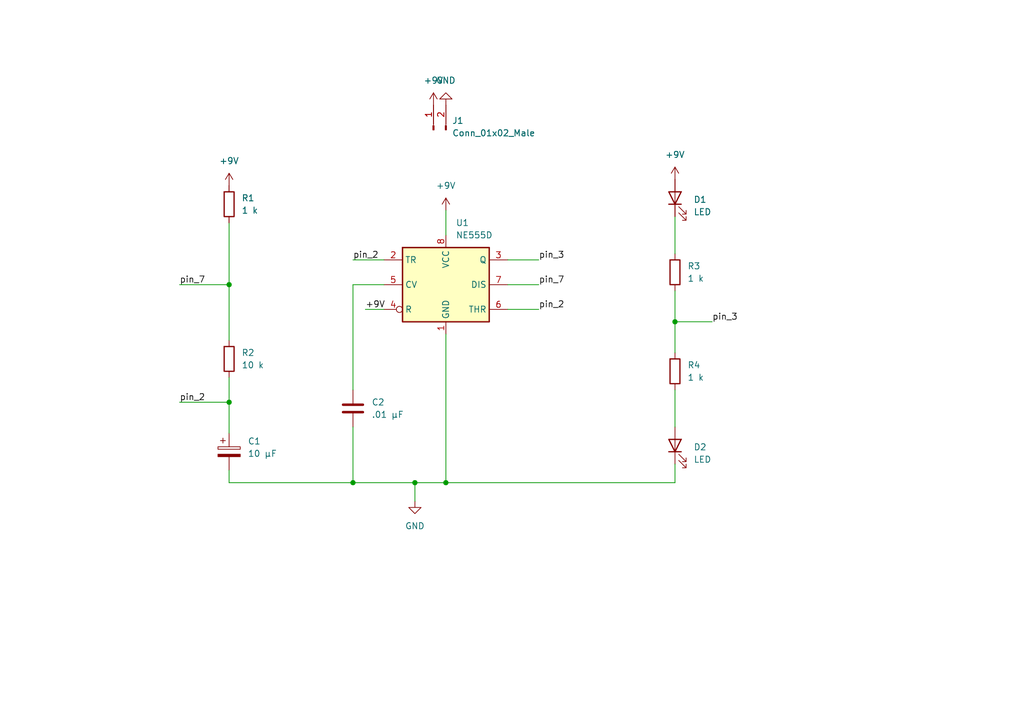
<source format=kicad_sch>
(kicad_sch (version 20211123) (generator eeschema)
  (paper "A5")
  (title_block (title "555 Timer Circuit") (date "1/27/2023"))
  (lib_symbols
    (symbol "Connector:Conn_01x02_Male" (pin_names (offset 1.016) hide)
      (property "Reference" "J" (at 0 2.54 0))
      (property "Value" "Conn_01x02_Male" (at 0 -5.08 0))
      (symbol "Conn_01x02_Male_1_1"
        (polyline (pts (xy 1.27 -2.54) (xy 0.8636 -2.54)) (stroke (width 0.1524)))
        (polyline (pts (xy 1.27 0) (xy 0.8636 0)) (stroke (width 0.1524)))
        (rectangle (start 0.8636 -2.413) (end 0 -2.667) (stroke (width 0.1524)) (fill (type outline)))
        (rectangle (start 0.8636 0.127) (end 0 -0.127) (stroke (width 0.1524)) (fill (type outline)))
        (pin passive line (at 5.08 0 180) (length 3.81) (name "Pin_1") (number "1"))
        (pin passive line (at 5.08 -2.54 180) (length 3.81) (name "Pin_2") (number "2"))
      )
    )
    (symbol "Device:C" (pin_numbers hide) (pin_names (offset 0.254))
      (property "Reference" "C" (at 0.635 2.54 0))
      (property "Value" "C" (at 0.635 -2.54 0))
      (symbol "C_0_1"
        (polyline (pts (xy -2.032 -0.762) (xy 2.032 -0.762)) (stroke (width 0.508)))
        (polyline (pts (xy -2.032 0.762) (xy 2.032 0.762)) (stroke (width 0.508)))
      )
      (symbol "C_1_1"
        (pin passive line (at 0 3.81 270) (length 2.794) (name "~") (number "1"))
        (pin passive line (at 0 -3.81 90) (length 2.794) (name "~") (number "2"))
      )
    )
    (symbol "Device:C_Polarized" (pin_numbers hide) (pin_names (offset 0.254))
      (property "Reference" "C" (at 0.635 2.54 0))
      (property "Value" "C_Polarized" (at 0.635 -2.54 0))
      (symbol "C_Polarized_0_1"
        (rectangle (start -2.286 0.508) (end 2.286 1.016))
        (polyline (pts (xy -1.778 2.286) (xy -0.762 2.286)))
        (polyline (pts (xy -1.27 2.794) (xy -1.27 1.778)))
        (rectangle (start 2.286 -0.508) (end -2.286 -1.016) (fill (type outline)))
      )
      (symbol "C_Polarized_1_1"
        (pin passive line (at 0 3.81 270) (length 2.794) (name "~") (number "1"))
        (pin passive line (at 0 -3.81 90) (length 2.794) (name "~") (number "2"))
      )
    )
    (symbol "Device:LED" (pin_numbers hide) (pin_names (offset 1.016) hide)
      (property "Reference" "D" (at 0 2.54 0))
      (property "Value" "LED" (at 0 -2.54 0))
      (symbol "LED_0_1"
        (polyline (pts (xy -1.27 -1.27) (xy -1.27 1.27)) (stroke (width 0.254)))
        (polyline (pts (xy -1.27 0) (xy 1.27 0)))
        (polyline (pts (xy 1.27 -1.27) (xy 1.27 1.27) (xy -1.27 0) (xy 1.27 -1.27)) (stroke (width 0.254)))
        (polyline (pts (xy -3.048 -0.762) (xy -4.572 -2.286) (xy -3.81 -2.286) (xy -4.572 -2.286) (xy -4.572 -1.524)))
        (polyline (pts (xy -1.778 -0.762) (xy -3.302 -2.286) (xy -2.54 -2.286) (xy -3.302 -2.286) (xy -3.302 -1.524)))
      )
      (symbol "LED_1_1"
        (pin passive line (at -3.81 0 0) (length 2.54) (name "K") (number "1"))
        (pin passive line (at 3.81 0 180) (length 2.54) (name "A") (number "2"))
      )
    )
    (symbol "Device:R" (pin_numbers hide) (pin_names (offset 0))
      (property "Reference" "R" (at 2.032 0 90))
      (property "Value" "R" (at 0 0 90))
      (symbol "R_0_1"
        (rectangle (start -1.016 -2.54) (end 1.016 2.54) (stroke (width 0.254)))
      )
      (symbol "R_1_1"
        (pin passive line (at 0 3.81 270) (length 1.27) (name "~") (number "1"))
        (pin passive line (at 0 -3.81 90) (length 1.27) (name "~") (number "2"))
      )
    )
    (symbol "Timer:NE555D"
      (property "Reference" "U" (at -10.16 8.89 0))
      (property "Value" "NE555D" (at 2.54 8.89 0))
      (symbol "NE555D_0_0"
        (pin power_in line (at 0 -10.16 90) (length 2.54) (name "GND") (number "1"))
        (pin power_in line (at 0 10.16 270) (length 2.54) (name "VCC") (number "8"))
      )
      (symbol "NE555D_0_1"
        (rectangle (start -8.89 -7.62) (end 8.89 7.62) (stroke (width 0.254)) (fill (type background)))
        (rectangle (start -8.89 -7.62) (end 8.89 7.62) (stroke (width 0.254)) (fill (type background)))
      )
      (symbol "NE555D_1_1"
        (pin input line (at -12.7 5.08 0) (length 3.81) (name "TR") (number "2"))
        (pin output line (at 12.7 5.08 180) (length 3.81) (name "Q") (number "3"))
        (pin input inverted (at -12.7 -5.08 0) (length 3.81) (name "R") (number "4"))
        (pin input line (at -12.7 0 0) (length 3.81) (name "CV") (number "5"))
        (pin input line (at 12.7 -5.08 180) (length 3.81) (name "THR") (number "6"))
        (pin input line (at 12.7 0 180) (length 3.81) (name "DIS") (number "7"))
      )
    )
    (symbol "power:+9V" (power) (pin_names (offset 0))
      (property "Value" "+9V" (at 0 3.556 0))
      (symbol "+9V_0_1"
        (polyline (pts (xy -0.762 1.27) (xy 0 2.54)))
        (polyline (pts (xy 0 0) (xy 0 2.54)))
        (polyline (pts (xy 0 2.54) (xy 0.762 1.27)))
      )
      (symbol "+9V_1_1"
        (pin power_in line (at 0 0 90) (length 0) hide (name "+9V") (number "1"))
      )
    )
    (symbol "power:GND" (power) (pin_names (offset 0))
      (property "Value" "GND" (at 0 -3.81 0))
      (symbol "GND_0_1"
        (polyline (pts (xy 0 0) (xy 0 -1.27) (xy 1.27 -1.27) (xy 0 -2.54) (xy -1.27 -1.27) (xy 0 -1.27)))
      )
      (symbol "GND_1_1"
        (pin power_in line (at 0 0 270) (length 0) hide (name "GND") (number "1"))
      )
    )
  )
  (junction (at 72.39 99.06))
  (junction (at 91.44 99.06))
  (junction (at 46.99 82.55))
  (junction (at 46.99 58.42))
  (junction (at 138.43 66.04))
  (junction (at 85.09 99.06))
  (wire (pts (xy 74.93 63.5) (xy 78.74 63.5)))
  (wire (pts (xy 78.74 58.42) (xy 72.39 58.42)))
  (wire (pts (xy 72.39 53.34) (xy 78.74 53.34)))
  (wire (pts (xy 46.99 96.52) (xy 46.99 99.06)))
  (wire (pts (xy 46.99 58.42) (xy 46.99 69.85)))
  (wire (pts (xy 138.43 44.45) (xy 138.43 52.07)))
  (wire (pts (xy 138.43 66.04) (xy 146.05 66.04)))
  (wire (pts (xy 85.09 102.87) (xy 85.09 99.06)))
  (wire (pts (xy 36.83 82.55) (xy 46.99 82.55)))
  (wire (pts (xy 46.99 99.06) (xy 72.39 99.06)))
  (wire (pts (xy 91.44 43.18) (xy 91.44 48.26)))
  (wire (pts (xy 104.14 58.42) (xy 110.49 58.42)))
  (wire (pts (xy 72.39 99.06) (xy 85.09 99.06)))
  (wire (pts (xy 72.39 58.42) (xy 72.39 80.01)))
  (wire (pts (xy 104.14 63.5) (xy 110.49 63.5)))
  (wire (pts (xy 138.43 66.04) (xy 138.43 72.39)))
  (wire (pts (xy 138.43 95.25) (xy 138.43 99.06)))
  (wire (pts (xy 72.39 99.06) (xy 72.39 87.63)))
  (wire (pts (xy 91.44 68.58) (xy 91.44 99.06)))
  (wire (pts (xy 104.14 53.34) (xy 110.49 53.34)))
  (wire (pts (xy 46.99 77.47) (xy 46.99 82.55)))
  (wire (pts (xy 46.99 82.55) (xy 46.99 88.9)))
  (wire (pts (xy 46.99 45.72) (xy 46.99 58.42)))
  (wire (pts (xy 138.43 59.69) (xy 138.43 66.04)))
  (wire (pts (xy 91.44 99.06) (xy 138.43 99.06)))
  (wire (pts (xy 85.09 99.06) (xy 91.44 99.06)))
  (wire (pts (xy 36.83 58.42) (xy 46.99 58.42)))
  (wire (pts (xy 138.43 80.01) (xy 138.43 87.63)))
  (label "pin_2" (at 36.83 82.55 0))
  (label "pin_2" (at 72.39 53.34 0))
  (label "pin_2" (at 110.49 63.5 0))
  (label "pin_7" (at 36.83 58.42 0))
  (label "pin_3" (at 146.05 66.04 0))
  (label "pin_3" (at 110.49 53.34 0))
  (label "pin_7" (at 110.49 58.42 0))
  (label "+9V" (at 74.93 63.5 0))
  (symbol (lib_id "Timer:NE555D") (at 91.44 58.42 0) (unit 1)
    (property "Reference" "U1" (at 93.4594 45.72 0) (effects (justify left)))
    (property "Value" "NE555D" (at 93.4594 48.26 0) (effects (justify left)))
    (property "Footprint" "Package_SO:SOIC-8_3.9x4.9mm_P1.27mm" (effects hide))
    (property "Datasheet" "http://www.ti.com/lit/ds/symlink/ne555.pdf" (effects hide))
  )
  (symbol (lib_id "Device:R") (at 46.99 73.66 0) (unit 1)
    (property "Reference" "R2" (at 49.53 72.3899 0) (effects (justify left)))
    (property "Value" "10 k" (at 49.53 74.9299 0) (effects (justify left)))
  )
  (symbol (lib_id "Device:C") (at 72.39 83.82 0) (unit 1)
    (property "Reference" "C2" (at 76.2 82.5499 0) (effects (justify left)))
    (property "Value" ".01 µF" (at 76.2 85.0899 0) (effects (justify left)))
  )
  (symbol (lib_id "Device:R") (at 138.43 76.2 0) (unit 1)
    (property "Reference" "R4" (at 140.97 74.9299 0) (effects (justify left)))
    (property "Value" "1 k" (at 140.97 77.4699 0) (effects (justify left)))
  )
  (symbol (lib_id "Connector:Conn_01x02_Male") (at 88.9 26.67 90) (unit 1)
    (property "Reference" "J1" (at 92.71 24.7649 90) (effects (justify right)))
    (property "Value" "Conn_01x02_Male" (at 92.71 27.3049 90) (effects (justify right)))
  )
  (symbol (lib_id "power:+9V") (at 46.99 38.1 0) (unit 1)
    (property "Reference" "#PWR01" (effects hide))
    (property "Value" "+9V" (at 46.99 33.02 0))
  )
  (symbol (lib_id "Device:R") (at 138.43 55.88 0) (unit 1)
    (property "Reference" "R3" (at 140.97 54.6099 0) (effects (justify left)))
    (property "Value" "1 k" (at 140.97 57.1499 0) (effects (justify left)))
  )
  (symbol (lib_id "power:+9V") (at 91.44 43.18 0) (unit 1)
    (property "Reference" "#PWR05" (effects hide))
    (property "Value" "+9V" (at 91.44 38.1 0))
  )
  (symbol (lib_id "Device:R") (at 46.99 41.91 0) (unit 1)
    (property "Reference" "R1" (at 49.53 40.6399 0) (effects (justify left)))
    (property "Value" "1 k" (at 49.53 43.1799 0) (effects (justify left)))
  )
  (symbol (lib_id "power:GND") (at 91.44 21.59 180) (unit 1)
    (property "Reference" "#PWR04" (effects hide))
    (property "Value" "GND" (at 91.44 16.51 0))
  )
  (symbol (lib_id "Device:C_Polarized") (at 46.99 92.71 0) (unit 1)
    (property "Reference" "C1" (at 50.8 90.5509 0) (effects (justify left)))
    (property "Value" "10 µF" (at 50.8 93.0909 0) (effects (justify left)))
  )
  (symbol (lib_id "Device:LED") (at 138.43 40.64 90) (unit 1)
    (property "Reference" "D1" (at 142.24 40.9574 90) (effects (justify right)))
    (property "Value" "LED" (at 142.24 43.4974 90) (effects (justify right)))
  )
  (symbol (lib_id "power:GND") (at 85.09 102.87 0) (unit 1)
    (property "Reference" "#PWR?" (effects hide))
    (property "Value" "GND" (at 85.09 107.95 0))
  )
  (symbol (lib_id "Device:LED") (at 138.43 91.44 90) (unit 1)
    (property "Reference" "D2" (at 142.24 91.7574 90) (effects (justify right)))
    (property "Value" "LED" (at 142.24 94.2974 90) (effects (justify right)))
  )
  (symbol (lib_id "power:+9V") (at 138.43 36.83 0) (unit 1)
    (property "Reference" "#PWR06" (effects hide))
    (property "Value" "+9V" (at 138.43 31.75 0))
  )
  (symbol (lib_id "power:+9V") (at 88.9 21.59 0) (unit 1)
    (property "Reference" "#PWR03" (effects hide))
    (property "Value" "+9V" (at 88.9 16.51 0))
  )
)
</source>
